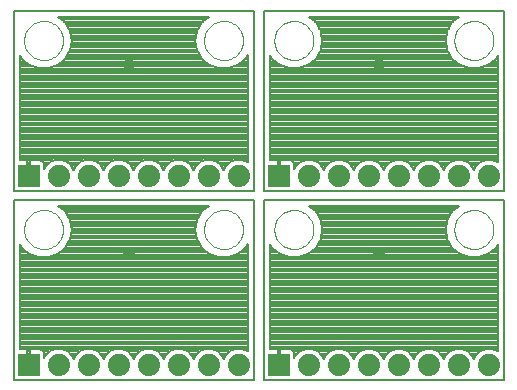
<source format=gbl>
G75*
%MOIN*%
%OFA0B0*%
%FSLAX24Y24*%
%IPPOS*%
%LPD*%
%AMOC8*
5,1,8,0,0,1.08239X$1,22.5*
%
%ADD10C,0.0080*%
%ADD11R,0.0740X0.0740*%
%ADD12C,0.0740*%
%ADD13C,0.0000*%
%ADD14C,0.0400*%
D10*
X000330Y000140D02*
X000330Y006140D01*
X008330Y006140D01*
X008330Y000140D01*
X000330Y000140D01*
X000790Y000680D02*
X000790Y001150D01*
X000530Y001150D01*
X000530Y004666D01*
X000607Y004533D01*
X000858Y004322D01*
X001166Y004210D01*
X001494Y004210D01*
X001802Y004322D01*
X001802Y004322D01*
X002053Y004533D01*
X002053Y004533D01*
X002217Y004817D01*
X002274Y005140D01*
X002217Y005463D01*
X002053Y005747D01*
X001823Y005940D01*
X006837Y005940D01*
X006607Y005747D01*
X006607Y005747D01*
X006443Y005463D01*
X006386Y005140D01*
X006443Y004817D01*
X006607Y004533D01*
X006858Y004322D01*
X007166Y004210D01*
X007494Y004210D01*
X007802Y004322D01*
X007802Y004322D01*
X008053Y004533D01*
X008053Y004533D01*
X008130Y004666D01*
X008130Y001089D01*
X007935Y001170D01*
X007725Y001170D01*
X007530Y001089D01*
X007381Y000940D01*
X007330Y000818D01*
X007279Y000940D01*
X007130Y001089D01*
X006935Y001170D01*
X006725Y001170D01*
X006530Y001089D01*
X006381Y000940D01*
X006330Y000818D01*
X006279Y000940D01*
X006130Y001089D01*
X005935Y001170D01*
X005725Y001170D01*
X005530Y001089D01*
X005381Y000940D01*
X005330Y000818D01*
X005279Y000940D01*
X005130Y001089D01*
X004935Y001170D01*
X004725Y001170D01*
X004530Y001089D01*
X004381Y000940D01*
X004330Y000818D01*
X004279Y000940D01*
X004130Y001089D01*
X003935Y001170D01*
X003725Y001170D01*
X003530Y001089D01*
X003381Y000940D01*
X003330Y000818D01*
X003279Y000940D01*
X003130Y001089D01*
X002935Y001170D01*
X002725Y001170D01*
X002530Y001089D01*
X002381Y000940D01*
X002330Y000818D01*
X002279Y000940D01*
X002130Y001089D01*
X001935Y001170D01*
X001725Y001170D01*
X001530Y001089D01*
X001381Y000940D01*
X001340Y000842D01*
X001340Y001028D01*
X001330Y001064D01*
X001312Y001096D01*
X001286Y001122D01*
X001254Y001140D01*
X001218Y001150D01*
X000870Y001150D01*
X000870Y000680D01*
X000790Y000680D01*
X000790Y000690D02*
X000870Y000690D01*
X000870Y000768D02*
X000790Y000768D01*
X000790Y000847D02*
X000870Y000847D01*
X000870Y000925D02*
X000790Y000925D01*
X000790Y001004D02*
X000870Y001004D01*
X000870Y001082D02*
X000790Y001082D01*
X000530Y001161D02*
X001702Y001161D01*
X001958Y001161D02*
X002702Y001161D01*
X002522Y001082D02*
X002138Y001082D01*
X002216Y001004D02*
X002444Y001004D01*
X002374Y000925D02*
X002286Y000925D01*
X002318Y000847D02*
X002342Y000847D01*
X002958Y001161D02*
X003702Y001161D01*
X003522Y001082D02*
X003138Y001082D01*
X003216Y001004D02*
X003444Y001004D01*
X003374Y000925D02*
X003286Y000925D01*
X003318Y000847D02*
X003342Y000847D01*
X003958Y001161D02*
X004702Y001161D01*
X004522Y001082D02*
X004138Y001082D01*
X004216Y001004D02*
X004444Y001004D01*
X004374Y000925D02*
X004286Y000925D01*
X004318Y000847D02*
X004342Y000847D01*
X004958Y001161D02*
X005702Y001161D01*
X005522Y001082D02*
X005138Y001082D01*
X005216Y001004D02*
X005444Y001004D01*
X005374Y000925D02*
X005286Y000925D01*
X005318Y000847D02*
X005342Y000847D01*
X005958Y001161D02*
X006702Y001161D01*
X006522Y001082D02*
X006138Y001082D01*
X006216Y001004D02*
X006444Y001004D01*
X006374Y000925D02*
X006286Y000925D01*
X006318Y000847D02*
X006342Y000847D01*
X006958Y001161D02*
X007702Y001161D01*
X007522Y001082D02*
X007138Y001082D01*
X007216Y001004D02*
X007444Y001004D01*
X007374Y000925D02*
X007286Y000925D01*
X007318Y000847D02*
X007342Y000847D01*
X007958Y001161D02*
X008130Y001161D01*
X008130Y001239D02*
X000530Y001239D01*
X000530Y001318D02*
X008130Y001318D01*
X008130Y001396D02*
X000530Y001396D01*
X000530Y001475D02*
X008130Y001475D01*
X008130Y001553D02*
X000530Y001553D01*
X000530Y001632D02*
X008130Y001632D01*
X008130Y001710D02*
X000530Y001710D01*
X000530Y001789D02*
X008130Y001789D01*
X008130Y001867D02*
X000530Y001867D01*
X000530Y001946D02*
X008130Y001946D01*
X008130Y002024D02*
X000530Y002024D01*
X000530Y002103D02*
X008130Y002103D01*
X008130Y002181D02*
X000530Y002181D01*
X000530Y002260D02*
X008130Y002260D01*
X008130Y002338D02*
X000530Y002338D01*
X000530Y002417D02*
X008130Y002417D01*
X008130Y002495D02*
X000530Y002495D01*
X000530Y002574D02*
X008130Y002574D01*
X008130Y002652D02*
X000530Y002652D01*
X000530Y002731D02*
X008130Y002731D01*
X008130Y002809D02*
X000530Y002809D01*
X000530Y002888D02*
X008130Y002888D01*
X008130Y002966D02*
X000530Y002966D01*
X000530Y003045D02*
X008130Y003045D01*
X008130Y003123D02*
X000530Y003123D01*
X000530Y003202D02*
X008130Y003202D01*
X008130Y003280D02*
X000530Y003280D01*
X000530Y003359D02*
X008130Y003359D01*
X008130Y003437D02*
X000530Y003437D01*
X000530Y003516D02*
X008130Y003516D01*
X008130Y003594D02*
X000530Y003594D01*
X000530Y003673D02*
X008130Y003673D01*
X008130Y003751D02*
X000530Y003751D01*
X000530Y003830D02*
X008130Y003830D01*
X008130Y003908D02*
X000530Y003908D01*
X000530Y003987D02*
X008130Y003987D01*
X008130Y004065D02*
X000530Y004065D01*
X000530Y004144D02*
X008130Y004144D01*
X008130Y004222D02*
X007527Y004222D01*
X007743Y004301D02*
X008130Y004301D01*
X008130Y004379D02*
X007870Y004379D01*
X007963Y004458D02*
X008130Y004458D01*
X008130Y004536D02*
X008055Y004536D01*
X008053Y004533D02*
X008053Y004533D01*
X008100Y004615D02*
X008130Y004615D01*
X008876Y004615D02*
X008906Y004615D01*
X008876Y004666D02*
X008953Y004533D01*
X009204Y004322D01*
X009204Y004322D01*
X009512Y004210D01*
X009840Y004210D01*
X010149Y004322D01*
X010400Y004533D01*
X010564Y004817D01*
X010621Y005140D01*
X010564Y005463D01*
X010400Y005747D01*
X010170Y005940D01*
X015183Y005940D01*
X014953Y005747D01*
X014789Y005463D01*
X014732Y005140D01*
X014789Y004817D01*
X014953Y004533D01*
X015204Y004322D01*
X015204Y004322D01*
X015512Y004210D01*
X015840Y004210D01*
X016149Y004322D01*
X016400Y004533D01*
X016476Y004666D01*
X016476Y001089D01*
X016282Y001170D01*
X016071Y001170D01*
X015876Y001089D01*
X015727Y000940D01*
X015676Y000818D01*
X015626Y000940D01*
X015477Y001089D01*
X015282Y001170D01*
X015071Y001170D01*
X014876Y001089D01*
X014727Y000940D01*
X014676Y000818D01*
X014626Y000940D01*
X014477Y001089D01*
X014282Y001170D01*
X014071Y001170D01*
X013876Y001089D01*
X013727Y000940D01*
X013676Y000818D01*
X013626Y000940D01*
X013477Y001089D01*
X013282Y001170D01*
X013071Y001170D01*
X012876Y001089D01*
X012727Y000940D01*
X012676Y000818D01*
X012626Y000940D01*
X012477Y001089D01*
X012282Y001170D01*
X012071Y001170D01*
X011876Y001089D01*
X011727Y000940D01*
X011676Y000818D01*
X011626Y000940D01*
X011477Y001089D01*
X011282Y001170D01*
X011071Y001170D01*
X010876Y001089D01*
X010727Y000940D01*
X010676Y000818D01*
X010626Y000940D01*
X010477Y001089D01*
X010282Y001170D01*
X010071Y001170D01*
X009876Y001089D01*
X009727Y000940D01*
X009686Y000842D01*
X009686Y001028D01*
X009677Y001064D01*
X009658Y001096D01*
X009632Y001122D01*
X009600Y001140D01*
X009565Y001150D01*
X009216Y001150D01*
X009216Y000680D01*
X009136Y000680D01*
X009136Y001150D01*
X008876Y001150D01*
X008876Y004666D01*
X008876Y004536D02*
X008951Y004536D01*
X008953Y004533D02*
X008953Y004533D01*
X008876Y004458D02*
X009043Y004458D01*
X009137Y004379D02*
X008876Y004379D01*
X008876Y004301D02*
X009264Y004301D01*
X009479Y004222D02*
X008876Y004222D01*
X008876Y004144D02*
X016476Y004144D01*
X016476Y004222D02*
X015873Y004222D01*
X016089Y004301D02*
X016476Y004301D01*
X016476Y004379D02*
X016216Y004379D01*
X016149Y004322D02*
X016149Y004322D01*
X016310Y004458D02*
X016476Y004458D01*
X016476Y004536D02*
X016402Y004536D01*
X016400Y004533D02*
X016400Y004533D01*
X016400Y004533D01*
X016447Y004615D02*
X016476Y004615D01*
X016476Y004065D02*
X008876Y004065D01*
X008876Y003987D02*
X016476Y003987D01*
X016476Y003908D02*
X008876Y003908D01*
X008876Y003830D02*
X016476Y003830D01*
X016476Y003751D02*
X008876Y003751D01*
X008876Y003673D02*
X016476Y003673D01*
X016476Y003594D02*
X008876Y003594D01*
X008876Y003516D02*
X016476Y003516D01*
X016476Y003437D02*
X008876Y003437D01*
X008876Y003359D02*
X016476Y003359D01*
X016476Y003280D02*
X008876Y003280D01*
X008876Y003202D02*
X016476Y003202D01*
X016476Y003123D02*
X008876Y003123D01*
X008876Y003045D02*
X016476Y003045D01*
X016476Y002966D02*
X008876Y002966D01*
X008876Y002888D02*
X016476Y002888D01*
X016476Y002809D02*
X008876Y002809D01*
X008876Y002731D02*
X016476Y002731D01*
X016476Y002652D02*
X008876Y002652D01*
X008876Y002574D02*
X016476Y002574D01*
X016476Y002495D02*
X008876Y002495D01*
X008876Y002417D02*
X016476Y002417D01*
X016476Y002338D02*
X008876Y002338D01*
X008876Y002260D02*
X016476Y002260D01*
X016476Y002181D02*
X008876Y002181D01*
X008876Y002103D02*
X016476Y002103D01*
X016476Y002024D02*
X008876Y002024D01*
X008876Y001946D02*
X016476Y001946D01*
X016476Y001867D02*
X008876Y001867D01*
X008876Y001789D02*
X016476Y001789D01*
X016476Y001710D02*
X008876Y001710D01*
X008876Y001632D02*
X016476Y001632D01*
X016476Y001553D02*
X008876Y001553D01*
X008876Y001475D02*
X016476Y001475D01*
X016476Y001396D02*
X008876Y001396D01*
X008876Y001318D02*
X016476Y001318D01*
X016476Y001239D02*
X008876Y001239D01*
X008876Y001161D02*
X010048Y001161D01*
X009869Y001082D02*
X009667Y001082D01*
X009686Y001004D02*
X009790Y001004D01*
X009721Y000925D02*
X009686Y000925D01*
X009686Y000847D02*
X009688Y000847D01*
X009216Y000847D02*
X009136Y000847D01*
X009136Y000925D02*
X009216Y000925D01*
X009216Y001004D02*
X009136Y001004D01*
X009136Y001082D02*
X009216Y001082D01*
X009216Y000768D02*
X009136Y000768D01*
X009136Y000690D02*
X009216Y000690D01*
X008676Y000140D02*
X008676Y006140D01*
X016676Y006140D01*
X016676Y000140D01*
X008676Y000140D01*
X010305Y001161D02*
X011048Y001161D01*
X010869Y001082D02*
X010484Y001082D01*
X010562Y001004D02*
X010790Y001004D01*
X010721Y000925D02*
X010632Y000925D01*
X010665Y000847D02*
X010688Y000847D01*
X011305Y001161D02*
X012048Y001161D01*
X011869Y001082D02*
X011484Y001082D01*
X011562Y001004D02*
X011790Y001004D01*
X011721Y000925D02*
X011632Y000925D01*
X011665Y000847D02*
X011688Y000847D01*
X012305Y001161D02*
X013048Y001161D01*
X012869Y001082D02*
X012484Y001082D01*
X012562Y001004D02*
X012790Y001004D01*
X012721Y000925D02*
X012632Y000925D01*
X012665Y000847D02*
X012688Y000847D01*
X013305Y001161D02*
X014048Y001161D01*
X013869Y001082D02*
X013484Y001082D01*
X013562Y001004D02*
X013790Y001004D01*
X013721Y000925D02*
X013632Y000925D01*
X013665Y000847D02*
X013688Y000847D01*
X014305Y001161D02*
X015048Y001161D01*
X014869Y001082D02*
X014484Y001082D01*
X014562Y001004D02*
X014790Y001004D01*
X014721Y000925D02*
X014632Y000925D01*
X014665Y000847D02*
X014688Y000847D01*
X015305Y001161D02*
X016048Y001161D01*
X015869Y001082D02*
X015484Y001082D01*
X015562Y001004D02*
X015790Y001004D01*
X015721Y000925D02*
X015632Y000925D01*
X015665Y000847D02*
X015688Y000847D01*
X016305Y001161D02*
X016476Y001161D01*
X015479Y004222D02*
X009873Y004222D01*
X010089Y004301D02*
X015264Y004301D01*
X015137Y004379D02*
X010216Y004379D01*
X010149Y004322D02*
X010149Y004322D01*
X010310Y004458D02*
X015043Y004458D01*
X014953Y004533D02*
X014953Y004533D01*
X014951Y004536D02*
X010402Y004536D01*
X010400Y004533D02*
X010400Y004533D01*
X010400Y004533D01*
X010447Y004615D02*
X014906Y004615D01*
X014861Y004693D02*
X010492Y004693D01*
X010538Y004772D02*
X014815Y004772D01*
X014789Y004817D02*
X014789Y004817D01*
X014783Y004850D02*
X010570Y004850D01*
X010564Y004817D02*
X010564Y004817D01*
X010584Y004929D02*
X014769Y004929D01*
X014756Y005007D02*
X010597Y005007D01*
X010611Y005086D02*
X014742Y005086D01*
X014732Y005140D02*
X014732Y005140D01*
X014736Y005164D02*
X010617Y005164D01*
X010621Y005140D02*
X010621Y005140D01*
X010603Y005243D02*
X014750Y005243D01*
X014764Y005321D02*
X010589Y005321D01*
X010575Y005400D02*
X014778Y005400D01*
X014789Y005463D02*
X014789Y005463D01*
X014798Y005478D02*
X010555Y005478D01*
X010564Y005463D02*
X010564Y005463D01*
X010510Y005557D02*
X014843Y005557D01*
X014888Y005635D02*
X010465Y005635D01*
X010419Y005714D02*
X014934Y005714D01*
X014953Y005747D02*
X014953Y005747D01*
X014953Y005747D01*
X015007Y005792D02*
X010346Y005792D01*
X010400Y005747D02*
X010400Y005747D01*
X010253Y005871D02*
X015100Y005871D01*
X016676Y006439D02*
X016676Y012439D01*
X008676Y012439D01*
X008676Y006439D01*
X016676Y006439D01*
X015676Y007117D02*
X015626Y007239D01*
X015477Y007389D01*
X015282Y007469D01*
X015071Y007469D01*
X014876Y007389D01*
X014727Y007239D01*
X014676Y007117D01*
X014626Y007239D01*
X014477Y007389D01*
X014282Y007469D01*
X014071Y007469D01*
X013876Y007389D01*
X013727Y007239D01*
X013676Y007117D01*
X013626Y007239D01*
X013477Y007389D01*
X013282Y007469D01*
X013071Y007469D01*
X012876Y007389D01*
X012727Y007239D01*
X012676Y007117D01*
X012626Y007239D01*
X012477Y007389D01*
X012282Y007469D01*
X012071Y007469D01*
X011876Y007389D01*
X011727Y007239D01*
X011676Y007117D01*
X011626Y007239D01*
X011477Y007389D01*
X011282Y007469D01*
X011071Y007469D01*
X010876Y007389D01*
X010727Y007239D01*
X010676Y007117D01*
X010626Y007239D01*
X010477Y007389D01*
X010282Y007469D01*
X010071Y007469D01*
X009876Y007389D01*
X009727Y007239D01*
X009686Y007141D01*
X009686Y007328D01*
X009677Y007363D01*
X009658Y007395D01*
X009632Y007421D01*
X009600Y007440D01*
X009565Y007449D01*
X009216Y007449D01*
X009216Y006979D01*
X009136Y006979D01*
X009136Y007449D01*
X008876Y007449D01*
X008876Y010965D01*
X008953Y010832D01*
X009204Y010621D01*
X009204Y010621D01*
X009512Y010509D01*
X009840Y010509D01*
X010149Y010621D01*
X010400Y010832D01*
X010564Y011116D01*
X010564Y011116D01*
X010621Y011439D01*
X010621Y011439D01*
X010564Y011762D01*
X010564Y011762D01*
X010400Y012046D01*
X010400Y012046D01*
X010170Y012239D01*
X015183Y012239D01*
X014953Y012046D01*
X014789Y011762D01*
X014732Y011439D01*
X014789Y011116D01*
X014953Y010832D01*
X015204Y010621D01*
X015204Y010621D01*
X015512Y010509D01*
X015840Y010509D01*
X016149Y010621D01*
X016400Y010832D01*
X016476Y010965D01*
X016476Y007389D01*
X016282Y007469D01*
X016071Y007469D01*
X015876Y007389D01*
X015727Y007239D01*
X015676Y007117D01*
X015673Y007127D02*
X015680Y007127D01*
X015713Y007205D02*
X015640Y007205D01*
X015582Y007284D02*
X015771Y007284D01*
X015850Y007362D02*
X015503Y007362D01*
X015351Y007441D02*
X016002Y007441D01*
X016351Y007441D02*
X016476Y007441D01*
X016476Y007519D02*
X008876Y007519D01*
X008876Y007598D02*
X016476Y007598D01*
X016476Y007676D02*
X008876Y007676D01*
X008876Y007755D02*
X016476Y007755D01*
X016476Y007833D02*
X008876Y007833D01*
X008876Y007912D02*
X016476Y007912D01*
X016476Y007990D02*
X008876Y007990D01*
X008876Y008069D02*
X016476Y008069D01*
X016476Y008147D02*
X008876Y008147D01*
X008876Y008226D02*
X016476Y008226D01*
X016476Y008304D02*
X008876Y008304D01*
X008876Y008383D02*
X016476Y008383D01*
X016476Y008461D02*
X008876Y008461D01*
X008876Y008540D02*
X016476Y008540D01*
X016476Y008618D02*
X008876Y008618D01*
X008876Y008697D02*
X016476Y008697D01*
X016476Y008775D02*
X008876Y008775D01*
X008876Y008854D02*
X016476Y008854D01*
X016476Y008932D02*
X008876Y008932D01*
X008876Y009011D02*
X016476Y009011D01*
X016476Y009089D02*
X008876Y009089D01*
X008876Y009168D02*
X016476Y009168D01*
X016476Y009246D02*
X008876Y009246D01*
X008876Y009325D02*
X016476Y009325D01*
X016476Y009403D02*
X008876Y009403D01*
X008876Y009482D02*
X016476Y009482D01*
X016476Y009560D02*
X008876Y009560D01*
X008876Y009639D02*
X016476Y009639D01*
X016476Y009717D02*
X008876Y009717D01*
X008876Y009796D02*
X016476Y009796D01*
X016476Y009874D02*
X008876Y009874D01*
X008876Y009953D02*
X016476Y009953D01*
X016476Y010031D02*
X008876Y010031D01*
X008876Y010110D02*
X016476Y010110D01*
X016476Y010188D02*
X008876Y010188D01*
X008876Y010267D02*
X016476Y010267D01*
X016476Y010345D02*
X008876Y010345D01*
X008876Y010424D02*
X016476Y010424D01*
X016476Y010502D02*
X008876Y010502D01*
X008876Y010581D02*
X009317Y010581D01*
X009159Y010659D02*
X008876Y010659D01*
X008876Y010738D02*
X009066Y010738D01*
X008972Y010816D02*
X008876Y010816D01*
X008876Y010895D02*
X008917Y010895D01*
X008953Y010832D02*
X008953Y010832D01*
X008130Y010816D02*
X008034Y010816D01*
X008053Y010832D02*
X008053Y010832D01*
X007802Y010621D01*
X007802Y010621D01*
X007494Y010509D01*
X007166Y010509D01*
X006858Y010621D01*
X006858Y010621D01*
X006607Y010832D01*
X006607Y010832D01*
X006443Y011116D01*
X006443Y011116D01*
X006386Y011439D01*
X006386Y011439D01*
X006443Y011762D01*
X006443Y011762D01*
X006607Y012046D01*
X006607Y012046D01*
X006607Y012046D01*
X006837Y012239D01*
X001823Y012239D01*
X002053Y012046D01*
X002053Y012046D01*
X002217Y011762D01*
X002217Y011762D01*
X002274Y011439D01*
X002274Y011439D01*
X002217Y011116D01*
X002217Y011116D01*
X002053Y010832D01*
X002053Y010832D01*
X001802Y010621D01*
X001494Y010509D01*
X001166Y010509D01*
X000858Y010621D01*
X000858Y010621D01*
X000607Y010832D01*
X000607Y010832D01*
X000530Y010965D01*
X000530Y007449D01*
X000790Y007449D01*
X000790Y006979D01*
X000870Y006979D01*
X000870Y007449D01*
X001218Y007449D01*
X001254Y007440D01*
X001286Y007421D01*
X001312Y007395D01*
X001330Y007363D01*
X001340Y007328D01*
X001340Y007141D01*
X001381Y007239D01*
X001530Y007389D01*
X001725Y007469D01*
X001935Y007469D01*
X002130Y007389D01*
X002279Y007239D01*
X002330Y007117D01*
X002381Y007239D01*
X002530Y007389D01*
X002725Y007469D01*
X002935Y007469D01*
X003130Y007389D01*
X003279Y007239D01*
X003330Y007117D01*
X003381Y007239D01*
X003530Y007389D01*
X003725Y007469D01*
X003935Y007469D01*
X004130Y007389D01*
X004279Y007239D01*
X004330Y007117D01*
X004381Y007239D01*
X004530Y007389D01*
X004725Y007469D01*
X004935Y007469D01*
X005130Y007389D01*
X005279Y007239D01*
X005330Y007117D01*
X005381Y007239D01*
X005530Y007389D01*
X005725Y007469D01*
X005935Y007469D01*
X006130Y007389D01*
X006279Y007239D01*
X006330Y007117D01*
X006381Y007239D01*
X006530Y007389D01*
X006725Y007469D01*
X006935Y007469D01*
X007130Y007389D01*
X007279Y007239D01*
X007330Y007117D01*
X007381Y007239D01*
X007530Y007389D01*
X007725Y007469D01*
X007935Y007469D01*
X008130Y007389D01*
X008130Y010965D01*
X008053Y010832D01*
X008053Y010832D01*
X008089Y010895D02*
X008130Y010895D01*
X008130Y010738D02*
X007941Y010738D01*
X007847Y010659D02*
X008130Y010659D01*
X008130Y010581D02*
X007690Y010581D01*
X008130Y010502D02*
X000530Y010502D01*
X000530Y010424D02*
X008130Y010424D01*
X008130Y010345D02*
X000530Y010345D01*
X000530Y010267D02*
X008130Y010267D01*
X008130Y010188D02*
X000530Y010188D01*
X000530Y010110D02*
X008130Y010110D01*
X008130Y010031D02*
X000530Y010031D01*
X000530Y009953D02*
X008130Y009953D01*
X008130Y009874D02*
X000530Y009874D01*
X000530Y009796D02*
X008130Y009796D01*
X008130Y009717D02*
X000530Y009717D01*
X000530Y009639D02*
X008130Y009639D01*
X008130Y009560D02*
X000530Y009560D01*
X000530Y009482D02*
X008130Y009482D01*
X008130Y009403D02*
X000530Y009403D01*
X000530Y009325D02*
X008130Y009325D01*
X008130Y009246D02*
X000530Y009246D01*
X000530Y009168D02*
X008130Y009168D01*
X008130Y009089D02*
X000530Y009089D01*
X000530Y009011D02*
X008130Y009011D01*
X008130Y008932D02*
X000530Y008932D01*
X000530Y008854D02*
X008130Y008854D01*
X008130Y008775D02*
X000530Y008775D01*
X000530Y008697D02*
X008130Y008697D01*
X008130Y008618D02*
X000530Y008618D01*
X000530Y008540D02*
X008130Y008540D01*
X008130Y008461D02*
X000530Y008461D01*
X000530Y008383D02*
X008130Y008383D01*
X008130Y008304D02*
X000530Y008304D01*
X000530Y008226D02*
X008130Y008226D01*
X008130Y008147D02*
X000530Y008147D01*
X000530Y008069D02*
X008130Y008069D01*
X008130Y007990D02*
X000530Y007990D01*
X000530Y007912D02*
X008130Y007912D01*
X008130Y007833D02*
X000530Y007833D01*
X000530Y007755D02*
X008130Y007755D01*
X008130Y007676D02*
X000530Y007676D01*
X000530Y007598D02*
X008130Y007598D01*
X008130Y007519D02*
X000530Y007519D01*
X000790Y007441D02*
X000870Y007441D01*
X000870Y007362D02*
X000790Y007362D01*
X000790Y007284D02*
X000870Y007284D01*
X000870Y007205D02*
X000790Y007205D01*
X000790Y007127D02*
X000870Y007127D01*
X000870Y007048D02*
X000790Y007048D01*
X001340Y007205D02*
X001366Y007205D01*
X001340Y007284D02*
X001425Y007284D01*
X001503Y007362D02*
X001331Y007362D01*
X001251Y007441D02*
X001655Y007441D01*
X002005Y007441D02*
X002655Y007441D01*
X002503Y007362D02*
X002157Y007362D01*
X002235Y007284D02*
X002425Y007284D01*
X002366Y007205D02*
X002294Y007205D01*
X002326Y007127D02*
X002334Y007127D01*
X003005Y007441D02*
X003655Y007441D01*
X003503Y007362D02*
X003157Y007362D01*
X003235Y007284D02*
X003425Y007284D01*
X003366Y007205D02*
X003294Y007205D01*
X003326Y007127D02*
X003334Y007127D01*
X004005Y007441D02*
X004655Y007441D01*
X004503Y007362D02*
X004157Y007362D01*
X004235Y007284D02*
X004425Y007284D01*
X004366Y007205D02*
X004294Y007205D01*
X004326Y007127D02*
X004334Y007127D01*
X005005Y007441D02*
X005655Y007441D01*
X005503Y007362D02*
X005157Y007362D01*
X005235Y007284D02*
X005425Y007284D01*
X005366Y007205D02*
X005294Y007205D01*
X005326Y007127D02*
X005334Y007127D01*
X006005Y007441D02*
X006655Y007441D01*
X006503Y007362D02*
X006157Y007362D01*
X006235Y007284D02*
X006425Y007284D01*
X006366Y007205D02*
X006294Y007205D01*
X006326Y007127D02*
X006334Y007127D01*
X007005Y007441D02*
X007655Y007441D01*
X007503Y007362D02*
X007157Y007362D01*
X007235Y007284D02*
X007425Y007284D01*
X007366Y007205D02*
X007294Y007205D01*
X007326Y007127D02*
X007334Y007127D01*
X008005Y007441D02*
X008130Y007441D01*
X009136Y007441D02*
X009216Y007441D01*
X009216Y007362D02*
X009136Y007362D01*
X009136Y007284D02*
X009216Y007284D01*
X009216Y007205D02*
X009136Y007205D01*
X009136Y007127D02*
X009216Y007127D01*
X009216Y007048D02*
X009136Y007048D01*
X009597Y007441D02*
X010002Y007441D01*
X009850Y007362D02*
X009677Y007362D01*
X009686Y007284D02*
X009771Y007284D01*
X009713Y007205D02*
X009686Y007205D01*
X010351Y007441D02*
X011002Y007441D01*
X010850Y007362D02*
X010503Y007362D01*
X010582Y007284D02*
X010771Y007284D01*
X010713Y007205D02*
X010640Y007205D01*
X010673Y007127D02*
X010680Y007127D01*
X011351Y007441D02*
X012002Y007441D01*
X011850Y007362D02*
X011503Y007362D01*
X011582Y007284D02*
X011771Y007284D01*
X011713Y007205D02*
X011640Y007205D01*
X011673Y007127D02*
X011680Y007127D01*
X012351Y007441D02*
X013002Y007441D01*
X012850Y007362D02*
X012503Y007362D01*
X012582Y007284D02*
X012771Y007284D01*
X012713Y007205D02*
X012640Y007205D01*
X012673Y007127D02*
X012680Y007127D01*
X013351Y007441D02*
X014002Y007441D01*
X013850Y007362D02*
X013503Y007362D01*
X013582Y007284D02*
X013771Y007284D01*
X013713Y007205D02*
X013640Y007205D01*
X013673Y007127D02*
X013680Y007127D01*
X014351Y007441D02*
X015002Y007441D01*
X014850Y007362D02*
X014503Y007362D01*
X014582Y007284D02*
X014771Y007284D01*
X014713Y007205D02*
X014640Y007205D01*
X014673Y007127D02*
X014680Y007127D01*
X015317Y010581D02*
X010036Y010581D01*
X010149Y010621D02*
X010149Y010621D01*
X010193Y010659D02*
X015159Y010659D01*
X015066Y010738D02*
X010287Y010738D01*
X010381Y010816D02*
X014972Y010816D01*
X014953Y010832D02*
X014953Y010832D01*
X014917Y010895D02*
X010436Y010895D01*
X010400Y010832D02*
X010400Y010832D01*
X010400Y010832D01*
X010481Y010973D02*
X014872Y010973D01*
X014826Y011052D02*
X010526Y011052D01*
X010566Y011130D02*
X014787Y011130D01*
X014789Y011116D02*
X014789Y011116D01*
X014773Y011209D02*
X010580Y011209D01*
X010594Y011287D02*
X014759Y011287D01*
X014745Y011366D02*
X010608Y011366D01*
X010620Y011444D02*
X014733Y011444D01*
X014732Y011439D02*
X014732Y011439D01*
X014747Y011523D02*
X010606Y011523D01*
X010592Y011601D02*
X014761Y011601D01*
X014774Y011680D02*
X010578Y011680D01*
X010565Y011758D02*
X014788Y011758D01*
X014789Y011762D02*
X014789Y011762D01*
X014832Y011837D02*
X010521Y011837D01*
X010476Y011915D02*
X014877Y011915D01*
X014923Y011994D02*
X010430Y011994D01*
X010369Y012072D02*
X014984Y012072D01*
X014953Y012046D02*
X014953Y012046D01*
X014953Y012046D01*
X015077Y012151D02*
X010276Y012151D01*
X010182Y012229D02*
X015171Y012229D01*
X016436Y010895D02*
X016476Y010895D01*
X016476Y010816D02*
X016381Y010816D01*
X016400Y010832D02*
X016400Y010832D01*
X016400Y010832D01*
X016476Y010738D02*
X016287Y010738D01*
X016193Y010659D02*
X016476Y010659D01*
X016476Y010581D02*
X016036Y010581D01*
X016149Y010621D02*
X016149Y010621D01*
X008330Y012439D02*
X008330Y006439D01*
X000330Y006439D01*
X000330Y012439D01*
X008330Y012439D01*
X006824Y012229D02*
X001836Y012229D01*
X001929Y012151D02*
X006731Y012151D01*
X006637Y012072D02*
X002023Y012072D01*
X002084Y011994D02*
X006576Y011994D01*
X006531Y011915D02*
X002129Y011915D01*
X002174Y011837D02*
X006486Y011837D01*
X006442Y011758D02*
X002218Y011758D01*
X002232Y011680D02*
X006428Y011680D01*
X006414Y011601D02*
X002246Y011601D01*
X002260Y011523D02*
X006400Y011523D01*
X006387Y011444D02*
X002273Y011444D01*
X002261Y011366D02*
X006399Y011366D01*
X006412Y011287D02*
X002248Y011287D01*
X002234Y011209D02*
X006426Y011209D01*
X006440Y011130D02*
X002220Y011130D01*
X002180Y011052D02*
X006480Y011052D01*
X006525Y010973D02*
X002135Y010973D01*
X002089Y010895D02*
X006571Y010895D01*
X006626Y010816D02*
X002034Y010816D01*
X002053Y010832D02*
X002053Y010832D01*
X001941Y010738D02*
X006719Y010738D01*
X006813Y010659D02*
X001847Y010659D01*
X001690Y010581D02*
X006970Y010581D01*
X000970Y010581D02*
X000530Y010581D01*
X000530Y010659D02*
X000813Y010659D01*
X000719Y010738D02*
X000530Y010738D01*
X000530Y010816D02*
X000626Y010816D01*
X000571Y010895D02*
X000530Y010895D01*
X001906Y005871D02*
X006754Y005871D01*
X006660Y005792D02*
X002000Y005792D01*
X002053Y005747D02*
X002053Y005747D01*
X002073Y005714D02*
X006587Y005714D01*
X006607Y005747D02*
X006607Y005747D01*
X006542Y005635D02*
X002118Y005635D01*
X002163Y005557D02*
X006497Y005557D01*
X006451Y005478D02*
X002209Y005478D01*
X002217Y005463D02*
X002217Y005463D01*
X002229Y005400D02*
X006431Y005400D01*
X006443Y005463D02*
X006443Y005463D01*
X006418Y005321D02*
X002242Y005321D01*
X002256Y005243D02*
X006404Y005243D01*
X006390Y005164D02*
X002270Y005164D01*
X002274Y005140D02*
X002274Y005140D01*
X002265Y005086D02*
X006395Y005086D01*
X006386Y005140D02*
X006386Y005140D01*
X006409Y005007D02*
X002251Y005007D01*
X002237Y004929D02*
X006423Y004929D01*
X006437Y004850D02*
X002223Y004850D01*
X002217Y004817D02*
X002217Y004817D01*
X002191Y004772D02*
X006469Y004772D01*
X006443Y004817D02*
X006443Y004817D01*
X006514Y004693D02*
X002146Y004693D01*
X002100Y004615D02*
X006560Y004615D01*
X006605Y004536D02*
X002055Y004536D01*
X002053Y004533D02*
X002053Y004533D01*
X001963Y004458D02*
X006697Y004458D01*
X006607Y004533D02*
X006607Y004533D01*
X006790Y004379D02*
X001870Y004379D01*
X001743Y004301D02*
X006917Y004301D01*
X006858Y004322D02*
X006858Y004322D01*
X007133Y004222D02*
X001527Y004222D01*
X001133Y004222D02*
X000530Y004222D01*
X000530Y004301D02*
X000917Y004301D01*
X000858Y004322D02*
X000858Y004322D01*
X000790Y004379D02*
X000530Y004379D01*
X000530Y004458D02*
X000697Y004458D01*
X000607Y004533D02*
X000607Y004533D01*
X000605Y004536D02*
X000530Y004536D01*
X000530Y004615D02*
X000560Y004615D01*
X001320Y001082D02*
X001522Y001082D01*
X001444Y001004D02*
X001340Y001004D01*
X001340Y000925D02*
X001374Y000925D01*
X001342Y000847D02*
X001340Y000847D01*
D11*
X000830Y000640D03*
X000830Y006939D03*
X009176Y006939D03*
X009176Y000640D03*
D12*
X010176Y000640D03*
X011176Y000640D03*
X012176Y000640D03*
X013176Y000640D03*
X014176Y000640D03*
X015176Y000640D03*
X016176Y000640D03*
X016176Y006939D03*
X015176Y006939D03*
X014176Y006939D03*
X013176Y006939D03*
X012176Y006939D03*
X011176Y006939D03*
X010176Y006939D03*
X007830Y006939D03*
X006830Y006939D03*
X005830Y006939D03*
X004830Y006939D03*
X003830Y006939D03*
X002830Y006939D03*
X001830Y006939D03*
X001830Y000640D03*
X002830Y000640D03*
X003830Y000640D03*
X004830Y000640D03*
X005830Y000640D03*
X006830Y000640D03*
X007830Y000640D03*
D13*
X006680Y005140D02*
X006682Y005190D01*
X006688Y005240D01*
X006698Y005290D01*
X006711Y005338D01*
X006728Y005386D01*
X006749Y005432D01*
X006773Y005476D01*
X006801Y005518D01*
X006832Y005558D01*
X006866Y005595D01*
X006903Y005630D01*
X006942Y005661D01*
X006983Y005690D01*
X007027Y005715D01*
X007073Y005737D01*
X007120Y005755D01*
X007168Y005769D01*
X007217Y005780D01*
X007267Y005787D01*
X007317Y005790D01*
X007368Y005789D01*
X007418Y005784D01*
X007468Y005775D01*
X007516Y005763D01*
X007564Y005746D01*
X007610Y005726D01*
X007655Y005703D01*
X007698Y005676D01*
X007738Y005646D01*
X007776Y005613D01*
X007811Y005577D01*
X007844Y005538D01*
X007873Y005497D01*
X007899Y005454D01*
X007922Y005409D01*
X007941Y005362D01*
X007956Y005314D01*
X007968Y005265D01*
X007976Y005215D01*
X007980Y005165D01*
X007980Y005115D01*
X007976Y005065D01*
X007968Y005015D01*
X007956Y004966D01*
X007941Y004918D01*
X007922Y004871D01*
X007899Y004826D01*
X007873Y004783D01*
X007844Y004742D01*
X007811Y004703D01*
X007776Y004667D01*
X007738Y004634D01*
X007698Y004604D01*
X007655Y004577D01*
X007610Y004554D01*
X007564Y004534D01*
X007516Y004517D01*
X007468Y004505D01*
X007418Y004496D01*
X007368Y004491D01*
X007317Y004490D01*
X007267Y004493D01*
X007217Y004500D01*
X007168Y004511D01*
X007120Y004525D01*
X007073Y004543D01*
X007027Y004565D01*
X006983Y004590D01*
X006942Y004619D01*
X006903Y004650D01*
X006866Y004685D01*
X006832Y004722D01*
X006801Y004762D01*
X006773Y004804D01*
X006749Y004848D01*
X006728Y004894D01*
X006711Y004942D01*
X006698Y004990D01*
X006688Y005040D01*
X006682Y005090D01*
X006680Y005140D01*
X009026Y005140D02*
X009028Y005190D01*
X009034Y005240D01*
X009044Y005290D01*
X009057Y005338D01*
X009074Y005386D01*
X009095Y005432D01*
X009119Y005476D01*
X009147Y005518D01*
X009178Y005558D01*
X009212Y005595D01*
X009249Y005630D01*
X009288Y005661D01*
X009329Y005690D01*
X009373Y005715D01*
X009419Y005737D01*
X009466Y005755D01*
X009514Y005769D01*
X009563Y005780D01*
X009613Y005787D01*
X009663Y005790D01*
X009714Y005789D01*
X009764Y005784D01*
X009814Y005775D01*
X009862Y005763D01*
X009910Y005746D01*
X009956Y005726D01*
X010001Y005703D01*
X010044Y005676D01*
X010084Y005646D01*
X010122Y005613D01*
X010157Y005577D01*
X010190Y005538D01*
X010219Y005497D01*
X010245Y005454D01*
X010268Y005409D01*
X010287Y005362D01*
X010302Y005314D01*
X010314Y005265D01*
X010322Y005215D01*
X010326Y005165D01*
X010326Y005115D01*
X010322Y005065D01*
X010314Y005015D01*
X010302Y004966D01*
X010287Y004918D01*
X010268Y004871D01*
X010245Y004826D01*
X010219Y004783D01*
X010190Y004742D01*
X010157Y004703D01*
X010122Y004667D01*
X010084Y004634D01*
X010044Y004604D01*
X010001Y004577D01*
X009956Y004554D01*
X009910Y004534D01*
X009862Y004517D01*
X009814Y004505D01*
X009764Y004496D01*
X009714Y004491D01*
X009663Y004490D01*
X009613Y004493D01*
X009563Y004500D01*
X009514Y004511D01*
X009466Y004525D01*
X009419Y004543D01*
X009373Y004565D01*
X009329Y004590D01*
X009288Y004619D01*
X009249Y004650D01*
X009212Y004685D01*
X009178Y004722D01*
X009147Y004762D01*
X009119Y004804D01*
X009095Y004848D01*
X009074Y004894D01*
X009057Y004942D01*
X009044Y004990D01*
X009034Y005040D01*
X009028Y005090D01*
X009026Y005140D01*
X015026Y005140D02*
X015028Y005190D01*
X015034Y005240D01*
X015044Y005290D01*
X015057Y005338D01*
X015074Y005386D01*
X015095Y005432D01*
X015119Y005476D01*
X015147Y005518D01*
X015178Y005558D01*
X015212Y005595D01*
X015249Y005630D01*
X015288Y005661D01*
X015329Y005690D01*
X015373Y005715D01*
X015419Y005737D01*
X015466Y005755D01*
X015514Y005769D01*
X015563Y005780D01*
X015613Y005787D01*
X015663Y005790D01*
X015714Y005789D01*
X015764Y005784D01*
X015814Y005775D01*
X015862Y005763D01*
X015910Y005746D01*
X015956Y005726D01*
X016001Y005703D01*
X016044Y005676D01*
X016084Y005646D01*
X016122Y005613D01*
X016157Y005577D01*
X016190Y005538D01*
X016219Y005497D01*
X016245Y005454D01*
X016268Y005409D01*
X016287Y005362D01*
X016302Y005314D01*
X016314Y005265D01*
X016322Y005215D01*
X016326Y005165D01*
X016326Y005115D01*
X016322Y005065D01*
X016314Y005015D01*
X016302Y004966D01*
X016287Y004918D01*
X016268Y004871D01*
X016245Y004826D01*
X016219Y004783D01*
X016190Y004742D01*
X016157Y004703D01*
X016122Y004667D01*
X016084Y004634D01*
X016044Y004604D01*
X016001Y004577D01*
X015956Y004554D01*
X015910Y004534D01*
X015862Y004517D01*
X015814Y004505D01*
X015764Y004496D01*
X015714Y004491D01*
X015663Y004490D01*
X015613Y004493D01*
X015563Y004500D01*
X015514Y004511D01*
X015466Y004525D01*
X015419Y004543D01*
X015373Y004565D01*
X015329Y004590D01*
X015288Y004619D01*
X015249Y004650D01*
X015212Y004685D01*
X015178Y004722D01*
X015147Y004762D01*
X015119Y004804D01*
X015095Y004848D01*
X015074Y004894D01*
X015057Y004942D01*
X015044Y004990D01*
X015034Y005040D01*
X015028Y005090D01*
X015026Y005140D01*
X015026Y011439D02*
X015028Y011489D01*
X015034Y011539D01*
X015044Y011589D01*
X015057Y011637D01*
X015074Y011685D01*
X015095Y011731D01*
X015119Y011775D01*
X015147Y011817D01*
X015178Y011857D01*
X015212Y011894D01*
X015249Y011929D01*
X015288Y011960D01*
X015329Y011989D01*
X015373Y012014D01*
X015419Y012036D01*
X015466Y012054D01*
X015514Y012068D01*
X015563Y012079D01*
X015613Y012086D01*
X015663Y012089D01*
X015714Y012088D01*
X015764Y012083D01*
X015814Y012074D01*
X015862Y012062D01*
X015910Y012045D01*
X015956Y012025D01*
X016001Y012002D01*
X016044Y011975D01*
X016084Y011945D01*
X016122Y011912D01*
X016157Y011876D01*
X016190Y011837D01*
X016219Y011796D01*
X016245Y011753D01*
X016268Y011708D01*
X016287Y011661D01*
X016302Y011613D01*
X016314Y011564D01*
X016322Y011514D01*
X016326Y011464D01*
X016326Y011414D01*
X016322Y011364D01*
X016314Y011314D01*
X016302Y011265D01*
X016287Y011217D01*
X016268Y011170D01*
X016245Y011125D01*
X016219Y011082D01*
X016190Y011041D01*
X016157Y011002D01*
X016122Y010966D01*
X016084Y010933D01*
X016044Y010903D01*
X016001Y010876D01*
X015956Y010853D01*
X015910Y010833D01*
X015862Y010816D01*
X015814Y010804D01*
X015764Y010795D01*
X015714Y010790D01*
X015663Y010789D01*
X015613Y010792D01*
X015563Y010799D01*
X015514Y010810D01*
X015466Y010824D01*
X015419Y010842D01*
X015373Y010864D01*
X015329Y010889D01*
X015288Y010918D01*
X015249Y010949D01*
X015212Y010984D01*
X015178Y011021D01*
X015147Y011061D01*
X015119Y011103D01*
X015095Y011147D01*
X015074Y011193D01*
X015057Y011241D01*
X015044Y011289D01*
X015034Y011339D01*
X015028Y011389D01*
X015026Y011439D01*
X009026Y011439D02*
X009028Y011489D01*
X009034Y011539D01*
X009044Y011589D01*
X009057Y011637D01*
X009074Y011685D01*
X009095Y011731D01*
X009119Y011775D01*
X009147Y011817D01*
X009178Y011857D01*
X009212Y011894D01*
X009249Y011929D01*
X009288Y011960D01*
X009329Y011989D01*
X009373Y012014D01*
X009419Y012036D01*
X009466Y012054D01*
X009514Y012068D01*
X009563Y012079D01*
X009613Y012086D01*
X009663Y012089D01*
X009714Y012088D01*
X009764Y012083D01*
X009814Y012074D01*
X009862Y012062D01*
X009910Y012045D01*
X009956Y012025D01*
X010001Y012002D01*
X010044Y011975D01*
X010084Y011945D01*
X010122Y011912D01*
X010157Y011876D01*
X010190Y011837D01*
X010219Y011796D01*
X010245Y011753D01*
X010268Y011708D01*
X010287Y011661D01*
X010302Y011613D01*
X010314Y011564D01*
X010322Y011514D01*
X010326Y011464D01*
X010326Y011414D01*
X010322Y011364D01*
X010314Y011314D01*
X010302Y011265D01*
X010287Y011217D01*
X010268Y011170D01*
X010245Y011125D01*
X010219Y011082D01*
X010190Y011041D01*
X010157Y011002D01*
X010122Y010966D01*
X010084Y010933D01*
X010044Y010903D01*
X010001Y010876D01*
X009956Y010853D01*
X009910Y010833D01*
X009862Y010816D01*
X009814Y010804D01*
X009764Y010795D01*
X009714Y010790D01*
X009663Y010789D01*
X009613Y010792D01*
X009563Y010799D01*
X009514Y010810D01*
X009466Y010824D01*
X009419Y010842D01*
X009373Y010864D01*
X009329Y010889D01*
X009288Y010918D01*
X009249Y010949D01*
X009212Y010984D01*
X009178Y011021D01*
X009147Y011061D01*
X009119Y011103D01*
X009095Y011147D01*
X009074Y011193D01*
X009057Y011241D01*
X009044Y011289D01*
X009034Y011339D01*
X009028Y011389D01*
X009026Y011439D01*
X006680Y011439D02*
X006682Y011489D01*
X006688Y011539D01*
X006698Y011589D01*
X006711Y011637D01*
X006728Y011685D01*
X006749Y011731D01*
X006773Y011775D01*
X006801Y011817D01*
X006832Y011857D01*
X006866Y011894D01*
X006903Y011929D01*
X006942Y011960D01*
X006983Y011989D01*
X007027Y012014D01*
X007073Y012036D01*
X007120Y012054D01*
X007168Y012068D01*
X007217Y012079D01*
X007267Y012086D01*
X007317Y012089D01*
X007368Y012088D01*
X007418Y012083D01*
X007468Y012074D01*
X007516Y012062D01*
X007564Y012045D01*
X007610Y012025D01*
X007655Y012002D01*
X007698Y011975D01*
X007738Y011945D01*
X007776Y011912D01*
X007811Y011876D01*
X007844Y011837D01*
X007873Y011796D01*
X007899Y011753D01*
X007922Y011708D01*
X007941Y011661D01*
X007956Y011613D01*
X007968Y011564D01*
X007976Y011514D01*
X007980Y011464D01*
X007980Y011414D01*
X007976Y011364D01*
X007968Y011314D01*
X007956Y011265D01*
X007941Y011217D01*
X007922Y011170D01*
X007899Y011125D01*
X007873Y011082D01*
X007844Y011041D01*
X007811Y011002D01*
X007776Y010966D01*
X007738Y010933D01*
X007698Y010903D01*
X007655Y010876D01*
X007610Y010853D01*
X007564Y010833D01*
X007516Y010816D01*
X007468Y010804D01*
X007418Y010795D01*
X007368Y010790D01*
X007317Y010789D01*
X007267Y010792D01*
X007217Y010799D01*
X007168Y010810D01*
X007120Y010824D01*
X007073Y010842D01*
X007027Y010864D01*
X006983Y010889D01*
X006942Y010918D01*
X006903Y010949D01*
X006866Y010984D01*
X006832Y011021D01*
X006801Y011061D01*
X006773Y011103D01*
X006749Y011147D01*
X006728Y011193D01*
X006711Y011241D01*
X006698Y011289D01*
X006688Y011339D01*
X006682Y011389D01*
X006680Y011439D01*
X000680Y011439D02*
X000682Y011489D01*
X000688Y011539D01*
X000698Y011589D01*
X000711Y011637D01*
X000728Y011685D01*
X000749Y011731D01*
X000773Y011775D01*
X000801Y011817D01*
X000832Y011857D01*
X000866Y011894D01*
X000903Y011929D01*
X000942Y011960D01*
X000983Y011989D01*
X001027Y012014D01*
X001073Y012036D01*
X001120Y012054D01*
X001168Y012068D01*
X001217Y012079D01*
X001267Y012086D01*
X001317Y012089D01*
X001368Y012088D01*
X001418Y012083D01*
X001468Y012074D01*
X001516Y012062D01*
X001564Y012045D01*
X001610Y012025D01*
X001655Y012002D01*
X001698Y011975D01*
X001738Y011945D01*
X001776Y011912D01*
X001811Y011876D01*
X001844Y011837D01*
X001873Y011796D01*
X001899Y011753D01*
X001922Y011708D01*
X001941Y011661D01*
X001956Y011613D01*
X001968Y011564D01*
X001976Y011514D01*
X001980Y011464D01*
X001980Y011414D01*
X001976Y011364D01*
X001968Y011314D01*
X001956Y011265D01*
X001941Y011217D01*
X001922Y011170D01*
X001899Y011125D01*
X001873Y011082D01*
X001844Y011041D01*
X001811Y011002D01*
X001776Y010966D01*
X001738Y010933D01*
X001698Y010903D01*
X001655Y010876D01*
X001610Y010853D01*
X001564Y010833D01*
X001516Y010816D01*
X001468Y010804D01*
X001418Y010795D01*
X001368Y010790D01*
X001317Y010789D01*
X001267Y010792D01*
X001217Y010799D01*
X001168Y010810D01*
X001120Y010824D01*
X001073Y010842D01*
X001027Y010864D01*
X000983Y010889D01*
X000942Y010918D01*
X000903Y010949D01*
X000866Y010984D01*
X000832Y011021D01*
X000801Y011061D01*
X000773Y011103D01*
X000749Y011147D01*
X000728Y011193D01*
X000711Y011241D01*
X000698Y011289D01*
X000688Y011339D01*
X000682Y011389D01*
X000680Y011439D01*
X000680Y005140D02*
X000682Y005190D01*
X000688Y005240D01*
X000698Y005290D01*
X000711Y005338D01*
X000728Y005386D01*
X000749Y005432D01*
X000773Y005476D01*
X000801Y005518D01*
X000832Y005558D01*
X000866Y005595D01*
X000903Y005630D01*
X000942Y005661D01*
X000983Y005690D01*
X001027Y005715D01*
X001073Y005737D01*
X001120Y005755D01*
X001168Y005769D01*
X001217Y005780D01*
X001267Y005787D01*
X001317Y005790D01*
X001368Y005789D01*
X001418Y005784D01*
X001468Y005775D01*
X001516Y005763D01*
X001564Y005746D01*
X001610Y005726D01*
X001655Y005703D01*
X001698Y005676D01*
X001738Y005646D01*
X001776Y005613D01*
X001811Y005577D01*
X001844Y005538D01*
X001873Y005497D01*
X001899Y005454D01*
X001922Y005409D01*
X001941Y005362D01*
X001956Y005314D01*
X001968Y005265D01*
X001976Y005215D01*
X001980Y005165D01*
X001980Y005115D01*
X001976Y005065D01*
X001968Y005015D01*
X001956Y004966D01*
X001941Y004918D01*
X001922Y004871D01*
X001899Y004826D01*
X001873Y004783D01*
X001844Y004742D01*
X001811Y004703D01*
X001776Y004667D01*
X001738Y004634D01*
X001698Y004604D01*
X001655Y004577D01*
X001610Y004554D01*
X001564Y004534D01*
X001516Y004517D01*
X001468Y004505D01*
X001418Y004496D01*
X001368Y004491D01*
X001317Y004490D01*
X001267Y004493D01*
X001217Y004500D01*
X001168Y004511D01*
X001120Y004525D01*
X001073Y004543D01*
X001027Y004565D01*
X000983Y004590D01*
X000942Y004619D01*
X000903Y004650D01*
X000866Y004685D01*
X000832Y004722D01*
X000801Y004762D01*
X000773Y004804D01*
X000749Y004848D01*
X000728Y004894D01*
X000711Y004942D01*
X000698Y004990D01*
X000688Y005040D01*
X000682Y005090D01*
X000680Y005140D01*
D14*
X004180Y004340D03*
X004180Y010639D03*
X012526Y010639D03*
X012526Y004340D03*
M02*

</source>
